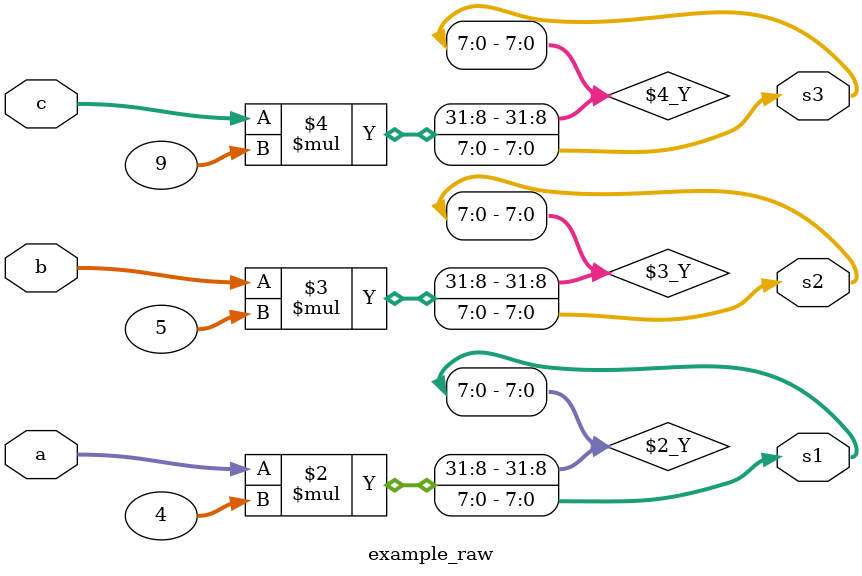
<source format=v>
module example_raw
#(  parameter       BW = 8)
(
    input [BW-1:0] a,
    input [BW-1:0] b,
    input [BW-1:0] c,
    output reg [BW-1:0] s1,
    output reg [BW-1:0] s2,
    output reg [BW-1:0] s3
);

always @ (a or b or c) begin
    s1 = a * 4;
    s2 = b * 5;
    s3 = c * 9;
end
endmodule
</source>
